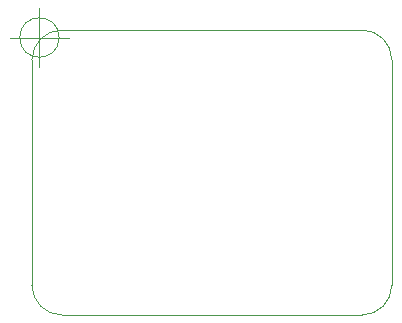
<source format=gbr>
%TF.GenerationSoftware,KiCad,Pcbnew,(5.1.10)-1*%
%TF.CreationDate,2021-08-31T23:06:00+03:00*%
%TF.ProjectId,Multivibrator,4d756c74-6976-4696-9272-61746f722e6b,rev?*%
%TF.SameCoordinates,Original*%
%TF.FileFunction,Profile,NP*%
%FSLAX46Y46*%
G04 Gerber Fmt 4.6, Leading zero omitted, Abs format (unit mm)*
G04 Created by KiCad (PCBNEW (5.1.10)-1) date 2021-08-31 23:06:00*
%MOMM*%
%LPD*%
G01*
G04 APERTURE LIST*
%TA.AperFunction,Profile*%
%ADD10C,0.050000*%
%TD*%
G04 APERTURE END LIST*
D10*
X134381666Y-53975000D02*
G75*
G03*
X134381666Y-53975000I-1666666J0D01*
G01*
X130215000Y-53975000D02*
X135215000Y-53975000D01*
X132715000Y-51475000D02*
X132715000Y-56475000D01*
X160020000Y-77470000D02*
X134620000Y-77470000D01*
X162560000Y-74930000D02*
X162560000Y-55880000D01*
X160020000Y-53340000D02*
G75*
G02*
X162560000Y-55880000I0J-2540000D01*
G01*
X162560000Y-74930000D02*
G75*
G02*
X160020000Y-77470000I-2540000J0D01*
G01*
X132080000Y-55880000D02*
X132080000Y-74930000D01*
X160020000Y-53340000D02*
X134620000Y-53340000D01*
X134620000Y-77470000D02*
G75*
G02*
X132080000Y-74930000I0J2540000D01*
G01*
X132080000Y-55880000D02*
G75*
G02*
X134620000Y-53340000I2540000J0D01*
G01*
M02*

</source>
